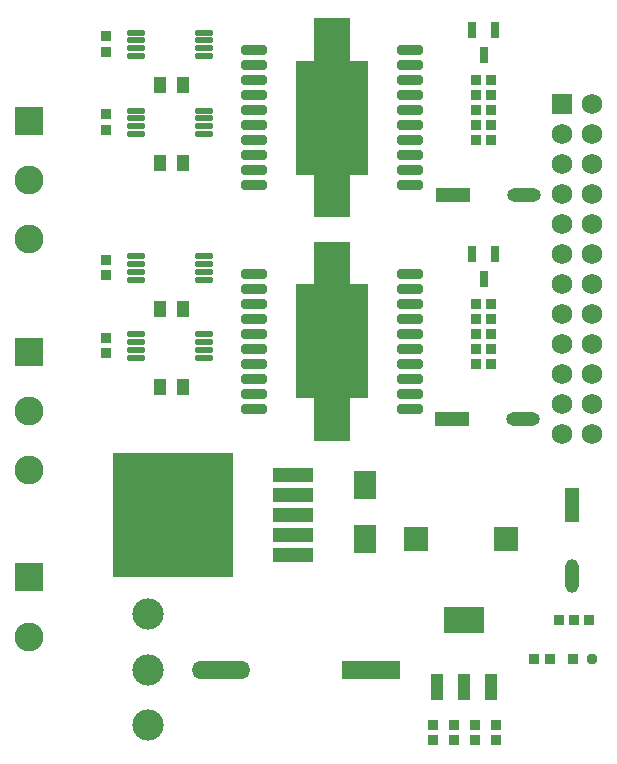
<source format=gts>
G04*
G04 #@! TF.GenerationSoftware,Altium Limited,Altium Designer,21.5.1 (32)*
G04*
G04 Layer_Color=8388736*
%FSLAX25Y25*%
%MOIN*%
G70*
G04*
G04 #@! TF.SameCoordinates,284D3306-149B-414E-9BCD-756616796F5B*
G04*
G04*
G04 #@! TF.FilePolarity,Negative*
G04*
G01*
G75*
G04:AMPARAMS|DCode=23|XSize=59.06mil|YSize=17.72mil|CornerRadius=1.95mil|HoleSize=0mil|Usage=FLASHONLY|Rotation=180.000|XOffset=0mil|YOffset=0mil|HoleType=Round|Shape=RoundedRectangle|*
%AMROUNDEDRECTD23*
21,1,0.05906,0.01382,0,0,180.0*
21,1,0.05516,0.01772,0,0,180.0*
1,1,0.00390,-0.02758,0.00691*
1,1,0.00390,0.02758,0.00691*
1,1,0.00390,0.02758,-0.00691*
1,1,0.00390,-0.02758,-0.00691*
%
%ADD23ROUNDEDRECTD23*%
%ADD37R,0.03600X0.03600*%
%ADD38O,0.11230X0.04537*%
%ADD39R,0.11230X0.04537*%
%ADD40R,0.04100X0.05600*%
%ADD41R,0.03600X0.03600*%
%ADD42R,0.07490X0.09261*%
%ADD43R,0.19498X0.06112*%
%ADD44O,0.19498X0.06112*%
%ADD45O,0.04537X0.11230*%
%ADD46R,0.04537X0.11230*%
%ADD47R,0.08474X0.08474*%
%ADD48R,0.02962X0.05718*%
%ADD49R,0.24222X0.38395*%
G04:AMPARAMS|DCode=50|XSize=84.35mil|YSize=30.8mil|CornerRadius=4.98mil|HoleSize=0mil|Usage=FLASHONLY|Rotation=0.000|XOffset=0mil|YOffset=0mil|HoleType=Round|Shape=RoundedRectangle|*
%AMROUNDEDRECTD50*
21,1,0.08435,0.02084,0,0,0.0*
21,1,0.07438,0.03080,0,0,0.0*
1,1,0.00997,0.03719,-0.01042*
1,1,0.00997,-0.03719,-0.01042*
1,1,0.00997,-0.03719,0.01042*
1,1,0.00997,0.03719,0.01042*
%
%ADD50ROUNDEDRECTD50*%
%ADD51R,0.12017X0.16348*%
%ADD52R,0.39970X0.41742*%
%ADD53R,0.13198X0.04734*%
%ADD54R,0.13198X0.08868*%
%ADD55R,0.04143X0.08868*%
%ADD56P,0.03897X8X22.5*%
%ADD57C,0.10443*%
%ADD58R,0.06899X0.06899*%
%ADD59C,0.06899*%
%ADD60C,0.00600*%
%ADD61R,0.09655X0.09655*%
%ADD62C,0.09655*%
D23*
X55417Y119563D02*
D03*
Y122122D02*
D03*
Y124681D02*
D03*
Y127240D02*
D03*
X32583D02*
D03*
Y124681D02*
D03*
Y122122D02*
D03*
Y119563D02*
D03*
X55417Y145563D02*
D03*
Y148122D02*
D03*
Y150681D02*
D03*
Y153240D02*
D03*
X32583D02*
D03*
Y150681D02*
D03*
Y148122D02*
D03*
Y145563D02*
D03*
X55417Y194161D02*
D03*
Y196721D02*
D03*
Y199279D02*
D03*
Y201839D02*
D03*
X32583D02*
D03*
Y199279D02*
D03*
Y196721D02*
D03*
Y194161D02*
D03*
Y220161D02*
D03*
Y222721D02*
D03*
Y225279D02*
D03*
Y227839D02*
D03*
X55417D02*
D03*
Y225279D02*
D03*
Y222721D02*
D03*
Y220161D02*
D03*
D37*
X151106Y137500D02*
D03*
X145988D02*
D03*
X151106Y132500D02*
D03*
X145988D02*
D03*
X145989Y127500D02*
D03*
X151107D02*
D03*
X145989Y122500D02*
D03*
X151107D02*
D03*
Y117500D02*
D03*
X145989D02*
D03*
X151107Y192098D02*
D03*
X145989D02*
D03*
Y197099D02*
D03*
X151107D02*
D03*
X145989Y202099D02*
D03*
X151107D02*
D03*
X151106Y207098D02*
D03*
X145988D02*
D03*
X151106Y212098D02*
D03*
X145988D02*
D03*
X170559Y19000D02*
D03*
X165441D02*
D03*
X178441Y19000D02*
D03*
X178500Y32000D02*
D03*
X183500D02*
D03*
X173500D02*
D03*
D38*
X161622Y99000D02*
D03*
X161811Y173598D02*
D03*
D39*
X138000Y99000D02*
D03*
X138189Y173598D02*
D03*
D40*
X48241Y210500D02*
D03*
X40760D02*
D03*
X48241Y184500D02*
D03*
X40760D02*
D03*
X48241Y109902D02*
D03*
X40760D02*
D03*
X48241Y135902D02*
D03*
X40760D02*
D03*
D41*
X22500Y226657D02*
D03*
Y221539D02*
D03*
Y200657D02*
D03*
Y195539D02*
D03*
Y126059D02*
D03*
Y120941D02*
D03*
Y152059D02*
D03*
Y146941D02*
D03*
X145500Y-2941D02*
D03*
Y-8059D02*
D03*
X152500Y-2941D02*
D03*
Y-8059D02*
D03*
X138500Y-2941D02*
D03*
Y-8059D02*
D03*
X131500Y-2941D02*
D03*
Y-8059D02*
D03*
D42*
X109000Y77055D02*
D03*
Y58945D02*
D03*
D43*
X111000Y15500D02*
D03*
D44*
X61000D02*
D03*
D45*
X178000Y46689D02*
D03*
D46*
Y70311D02*
D03*
D47*
X126000Y59000D02*
D03*
X156000D02*
D03*
D48*
X148500Y145866D02*
D03*
X144760Y154134D02*
D03*
X152240D02*
D03*
X148500Y220366D02*
D03*
X144760Y228634D02*
D03*
X152240D02*
D03*
D49*
X97976Y125000D02*
D03*
Y199500D02*
D03*
D50*
X71953Y147500D02*
D03*
Y142500D02*
D03*
Y137500D02*
D03*
Y132500D02*
D03*
Y127500D02*
D03*
Y122500D02*
D03*
Y117500D02*
D03*
Y112500D02*
D03*
Y107500D02*
D03*
Y102500D02*
D03*
X124000D02*
D03*
Y107500D02*
D03*
Y112500D02*
D03*
Y117500D02*
D03*
Y122500D02*
D03*
Y127500D02*
D03*
Y132500D02*
D03*
Y137500D02*
D03*
Y142500D02*
D03*
Y147500D02*
D03*
X71953Y222000D02*
D03*
Y217000D02*
D03*
Y212000D02*
D03*
Y207000D02*
D03*
Y202000D02*
D03*
Y197000D02*
D03*
Y192000D02*
D03*
Y187000D02*
D03*
Y182000D02*
D03*
Y177000D02*
D03*
X124000D02*
D03*
Y182000D02*
D03*
Y187000D02*
D03*
Y192000D02*
D03*
Y197000D02*
D03*
Y202000D02*
D03*
Y207000D02*
D03*
Y212000D02*
D03*
Y217000D02*
D03*
Y222000D02*
D03*
D51*
X97976Y150098D02*
D03*
Y99902D02*
D03*
Y224598D02*
D03*
Y174402D02*
D03*
D52*
X45000Y67000D02*
D03*
D53*
X85000Y80386D02*
D03*
Y73693D02*
D03*
Y67000D02*
D03*
Y60307D02*
D03*
Y53614D02*
D03*
D54*
X142000Y32221D02*
D03*
D55*
X151055Y9780D02*
D03*
X142000D02*
D03*
X132945D02*
D03*
D56*
X184559Y19000D02*
D03*
D57*
X36500Y34004D02*
D03*
Y15500D02*
D03*
Y-3004D02*
D03*
D58*
X174500Y204000D02*
D03*
D59*
X184500D02*
D03*
X174500Y194000D02*
D03*
X184500D02*
D03*
X174500Y184000D02*
D03*
X184500D02*
D03*
X174500Y174000D02*
D03*
X184500D02*
D03*
X174500Y164000D02*
D03*
X184500D02*
D03*
X174500Y154000D02*
D03*
X184500D02*
D03*
X174500Y144000D02*
D03*
X184500D02*
D03*
X174500Y134000D02*
D03*
X184500D02*
D03*
X174500Y124000D02*
D03*
X184500D02*
D03*
X174500Y114000D02*
D03*
X184500D02*
D03*
X174500Y104000D02*
D03*
X184500D02*
D03*
X174500Y94000D02*
D03*
X184500D02*
D03*
D60*
X179000Y0D02*
D03*
X0Y226000D02*
D03*
X179000D02*
D03*
X0Y0D02*
D03*
D61*
X-3000Y121500D02*
D03*
Y198370D02*
D03*
Y46500D02*
D03*
D62*
Y101815D02*
D03*
Y82130D02*
D03*
Y178685D02*
D03*
Y159000D02*
D03*
Y26500D02*
D03*
M02*

</source>
